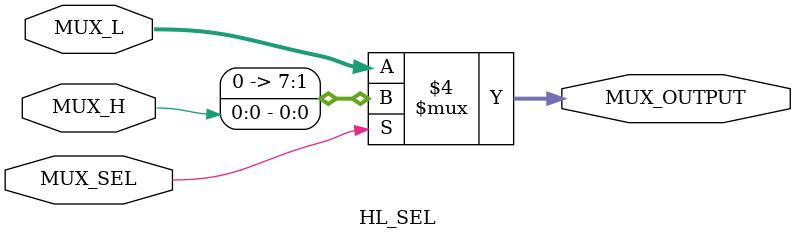
<source format=sv>
`timescale 1ns / 1ps


module HL_SEL(
    input MUX_SEL,
    input [7:0] MUX_L,
    input MUX_H,
    output logic [7:0] MUX_OUTPUT
    );
    always_comb
    begin
    if(MUX_SEL == 0)
    MUX_OUTPUT = MUX_L;
    else
    MUX_OUTPUT = MUX_H;
    end
endmodule

</source>
